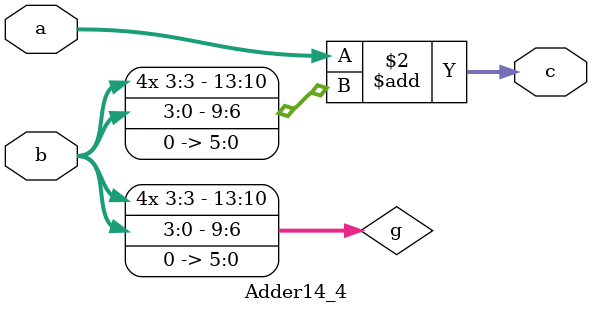
<source format=v>
module Adder14_14(input [13:0] a,b,output [13:0] c);
  assign c=a+b;
endmodule

module Adder14_4(input [13:0] a,input [3:0] b,output [13:0] c);
  reg [13:0] g=0;
  always @(*) begin
    g[13:6] <= {{4{b[3]}}, b[3:0]};
  end
  assign c=a+g;
endmodule
</source>
